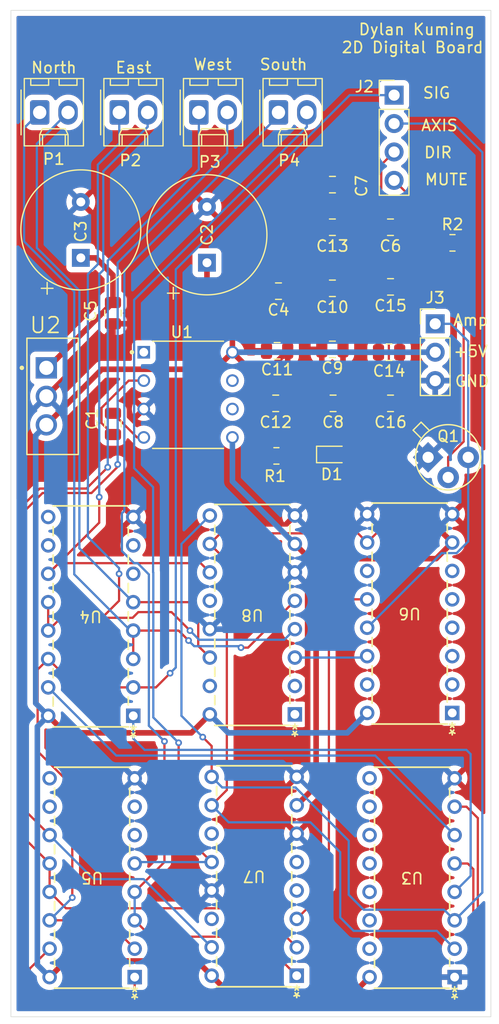
<source format=kicad_pcb>
(kicad_pcb (version 20240108) (generator "pcbnew") (generator_version "8.0")
  (layers (0 "F.Cu" signal) (31 "B.Cu" signal) (34 "B.Paste" user) (35 "F.Paste" user) (36 "B.SilkS" user "B.Silkscreen") (37 "F.SilkS" user "F.Silkscreen") (38 "B.Mask" user) (39 "F.Mask" user) (44 "Edge.Cuts" user))
  (net 0 "")
  (net 1 "Net-(U1-CAP+)")
  (net 2 "Net-(U1-CAP-)")
  (net 3 "+5V")
  (net 4 "GND")
  (net 5 "+12V")
  (net 6 "-5V")
  (net 7 "Net-(D1-K)")
  (net 8 "/Signal")
  (net 9 "/Direction")
  (net 10 "/Axis")
  (net 11 "/Amp_off")
  (net 12 "/Amp_in")
  (net 13 "/North_B")
  (net 14 "/North_A")
  (net 15 "/East_A")
  (net 16 "/East_B")
  (net 17 "/West_B")
  (net 18 "/West_A")
  (net 19 "/South_B")
  (net 20 "/South_A")
  (net 21 "Net-(Q1-Pad2)")
  (net 25 "/West_en")
  (net 29 "/South_en")
  (net 30 "/North_en")
  (net 32 "/East_en")
  (net 48 "/SouthWest")
  (net 52 "/NorthEast")
  (footprint "74HC139:SOT38-4_NXP" (layer "F.Cu") (at 198.247 116.84 180)
    (property "Reference" "U5")
    (property "Value" "CD74HC368M")
  )
  (footprint "Capacitor_THT:CP_Radial_Tantal_D10.5mm_P5.00mm" (layer "F.Cu") (at 193.421 52.523934 90)
    (property "Reference" "C3")
    (property "Value" "22uF")
  )
  (footprint "74HC139:SOT38-4_NXP" (layer "F.Cu") (at 212.598 93.345 180)
    (property "Reference" "U8")
    (property "Value" "MC74HC4052ADG")
  )
  (footprint "Capacitor_SMD:C_0805_2012Metric" (layer "F.Cu") (at 221.041 60.96 180)
    (property "Reference" "C14")
    (property "Value" "100nF")
  )
  (footprint "LM358:DIP794W45P254L959H508Q8" (layer "F.Cu") (at 203.033 64.77)
    (property "Reference" "U1")
    (property "Value" "ICL7660ACBA")
  )
  (footprint "Capacitor_SMD:C_0805_2012Metric" (layer "F.Cu") (at 221.163 49.784 180)
    (property "Reference" "C6")
    (property "Value" "10uF")
  )
  (footprint "Capacitor_SMD:C_0805_2012Metric" (layer "F.Cu") (at 215.961 60.706 180)
    (property "Reference" "C9")
    (property "Value" "100nF")
  )
  (footprint "74HC139:SOT38-4_NXP" (layer "F.Cu") (at 226.695 93.218 180)
    (property "Reference" "U6")
    (property "Value" "MC74HC4052ADG")
  )
  (footprint "74HC139:SOT38-4_NXP" (layer "F.Cu") (at 212.7631 116.713 180)
    (property "Reference" "U7")
    (property "Value" "MC74HC4052ADG")
  )
  (footprint "74HC139:SOT38-4_NXP" (layer "F.Cu") (at 226.9109 116.84 180)
    (property "Reference" "U3")
    (property "Value" "MC74HC139ADG")
  )
  (footprint "Capacitor_SMD:C_0805_2012Metric" (layer "F.Cu") (at 211.13 55.499 180)
    (property "Reference" "C4")
    (property "Value" "10uF")
  )
  (footprint "Capacitor_SMD:C_0805_2012Metric" (layer "F.Cu") (at 215.961 55.245 180)
    (property "Reference" "C10")
    (property "Value" "100nF")
  )
  (footprint "2N2369:TO18" (layer "F.Cu") (at 226.33205 70.24905)
    (property "Reference" "Q1")
    (property "Value" "2N2369")
  )
  (footprint "74HC139:SOT38-4_NXP" (layer "F.Cu") (at 198.12 93.472 180)
    (property "Reference" "U4")
    (property "Value" "CD74HC368M")
  )
  (footprint "Connector_Molex:Molex_KK-254_AE-6410-02A_1x02_P2.54mm_Vertical" (layer "F.Cu") (at 203.998 39.517)
    (property "Reference" "P3")
    (property "Value" "West")
  )
  (footprint "LED_SMD:LED_0603_1608Metric" (layer "F.Cu") (at 216.027 70.104)
    (property "Reference" "D1")
    (property "Value" "LED_Y")
  )
  (footprint "Connector_Molex:Molex_KK-254_AE-6410-02A_1x02_P2.54mm_Vertical" (layer "F.Cu") (at 196.868 39.517)
    (property "Reference" "P2")
    (property "Value" "East")
  )
  (footprint "Capacitor_SMD:C_0805_2012Metric" (layer "F.Cu") (at 211.008 60.833 180)
    (property "Reference" "C11")
    (property "Value" "100nF")
  )
  (footprint "Connector_PinHeader_2.54mm:PinHeader_1x03_P2.54mm_Vertical" (layer "F.Cu") (at 225.171 58.42)
    (property "Reference" "J3")
    (property "Value" "Analog")
  )
  (footprint "Capacitor_SMD:C_0805_2012Metric" (layer "F.Cu") (at 215.961 49.784 180)
    (property "Reference" "C13")
    (property "Value" "100nF")
  )
  (footprint "Resistor_SMD:R_0805_2012Metric" (layer "F.Cu") (at 226.7185 51.181)
    (property "Reference" "R2")
    (property "Value" "10K")
  )
  (footprint "Capacitor_SMD:C_0805_2012Metric" (layer "F.Cu") (at 215.966 45.974 180)
    (property "Reference" "C7")
    (property "Value" "10uF")
  )
  (footprint "Capacitor_SMD:C_0805_2012Metric" (layer "F.Cu") (at 221.168 65.532 180)
    (property "Reference" "C16")
    (property "Value" "100nF")
  )
  (footprint "Connector_Molex:Molex_KK-254_AE-6410-02A_1x02_P2.54mm_Vertical" (layer "F.Cu") (at 211.128 39.517)
    (property "Reference" "P4")
    (property "Value" "South")
  )
  (footprint "Capacitor_SMD:C_0805_2012Metric" (layer "F.Cu") (at 216.022 65.532 180)
    (property "Reference" "C8")
    (property "Value" "100nF")
  )
  (footprint "Connector_Molex:Molex_KK-254_AE-6410-02A_1x02_P2.54mm_Vertical" (layer "F.Cu") (at 189.738 39.517)
    (property "Reference" "P1")
    (property "Value" "North")
  )
  (footprint "Connector_PinHeader_2.54mm:PinHeader_1x04_P2.54mm_Vertical" (layer "F.Cu") (at 221.488 37.973)
    (property "Reference" "J2")
    (property "Value" "Arduino")
  )
  (footprint "Resistor_SMD:R_0805_2012Metric" (layer "F.Cu") (at 210.945 70.231)
    (property "Reference" "R1")
    (property "Value" "220")
  )
  (footprint "Capacitor_SMD:C_0805_2012Metric" (layer "F.Cu") (at 221.168 55.118 180)
    (property "Reference" "C15")
    (property "Value" "100nF")
  )
  (footprint "L7805CV:TO255P1040X460X1968-3" (layer "F.Cu") (at 190.333 62.357 -90)
    (property "Reference" "U2")
    (property "Value" "L7805")
  )
  (footprint "Capacitor_SMD:C_0805_2012Metric" (layer "F.Cu") (at 196.302 67.371 -90)
    (property "Reference" "C1")
    (property "Value" "10uF" (hide yes))
  )
  (footprint "Capacitor_SMD:C_0805_2012Metric" (layer "F.Cu") (at 196.302 57.465 -90)
    (property "Reference" "C5")
    (property "Value" "10uF" (hide yes))
  )
  (footprint "Capacitor_SMD:C_0805_2012Metric" (layer "F.Cu") (at 210.881 65.532 180)
    (property "Reference" "C12")
    (property "Value" "100nF")
  )
  (footprint "Capacitor_THT:CP_Radial_Tantal_D10.5mm_P5.00mm" (layer "F.Cu") (at 204.724 52.959 90)
    (property "Reference" "C2")
    (property "Value" "22uF")
  )
  (gr_rect (start 187.161 30.3886) (end 230.161 120.3886) (stroke (width 0.05)) (fill none) (layer "Edge.Cuts"))
  (gr_text "AXIS" (at 225.552 41.275 0) (layer "F.SilkS") (effects (font (size 1 1)) (justify bottom)))
  (gr_text "MUTE\n" (at 226.187 46.101 0) (layer "F.SilkS") (effects (font (size 1 1)) (justify bottom)))
  (gr_text "+5V\n" (at 228.346 61.468 0) (layer "F.SilkS") (effects (font (size 1 1)) (justify bottom)))
  (gr_text "Dylan Kuming\n2D Digital Board " (at 223.52 34.29 0) (layer "F.SilkS") (effects (font (size 1 1)) (justify bottom)))
  (gr_text "DIR\n" (at 225.425 43.688 0) (layer "F.SilkS") (effects (font (size 1 1)) (justify bottom)))
  (gr_text "Amp\n" (at 228.346 58.674 0) (layer "F.SilkS") (effects (font (size 1 1)) (justify bottom)))
  (gr_text "West\n" (at 205.232 35.814 0) (layer "F.SilkS") (effects (font (size 1 1)) (justify bottom)))
  (gr_text "East\n" (at 198.138 36.097 0) (layer "F.SilkS") (effects (font (size 1 1)) (justify bottom)))
  (gr_text "North\n" (at 191.008 36.097 0) (layer "F.SilkS") (effects (font (size 1 1)) (justify bottom)))
  (gr_text "SIG" (at 225.298 38.354 0) (layer "F.SilkS") (effects (font (size 1 1)) (justify bottom)))
  (gr_text "GND\n" (at 228.473 64.135 0) (layer "F.SilkS") (effects (font (size 1 1)) (justify bottom)))
  (gr_text "South" (at 211.582 35.814 0) (layer "F.SilkS") (effects (font (size 1 1)) (justify bottom)))
  (segment (start 195.277 67.296) (end 195.277 65.936256) (width 0.2) (layer "F.Cu") (net 1))
  (segment (start 195.277 65.936256) (end 197.713256 63.5) (width 0.2) (layer "F.Cu") (net 1))
  (segment (start 197.713256 63.5) (end 199.063 63.5) (width 0.2) (layer "F.Cu") (net 1))
  (segment (start 196.302 68.321) (end 195.277 67.296) (width 0.2) (layer "F.Cu") (net 1))
  (segment (start 196.302 66.421) (end 198.461 68.58) (width 0.2) (layer "F.Cu") (net 2))
  (segment (start 198.461 68.58) (end 199.063 68.58) (width 0.2) (layer "F.Cu") (net 2))
  (segment (start 216.911 65.471) (end 216.972 65.532) (width 0.5) (layer "F.Cu") (net 3))
  (segment (start 211.958 55.621) (end 212.08 55.499) (width 0.5) (layer "F.Cu") (net 3))
  (segment (start 212.08 55.499) (end 212.08 49.916) (width 0.5) (layer "F.Cu") (net 3))
  (segment (start 211.958 60.833) (end 211.958 65.405) (width 0.5) (layer "F.Cu") (net 3))
  (segment (start 216.911 45.979) (end 216.916 45.974) (width 0.5) (layer "F.Cu") (net 3))
  (segment (start 215.736 50.959) (end 216.911 49.784) (width 0.5) (layer "F.Cu") (net 3))
  (segment (start 212.085 49.911) (end 213.133 50.959) (width 0.5) (layer "F.Cu") (net 3))
  (segment (start 205.1431 116.713) (end 206.6671 118.237) (width 0.5) (layer "F.Cu") (net 3))
  (segment (start 216.911 49.784) (end 216.911 45.979) (width 0.5) (layer "F.Cu") (net 3))
  (segment (start 208.051 62.008) (end 210.783 62.008) (width 0.5) (layer "F.Cu") (net 3))
  (segment (start 213.133 50.959) (end 215.736 50.959) (width 0.5) (layer "F.Cu") (net 3))
  (segment (start 211.958 65.405) (end 211.831 65.532) (width 0.5) (layer "F.Cu") (net 3))
  (segment (start 216.911 55.245) (end 216.911 60.706) (width 0.5) (layer "F.Cu") (net 3))
  (segment (start 205.478 62.485) (end 207.003 60.96) (width 0.5) (layer "F.Cu") (net 3))
  (segment (start 204.978 93.345) (end 203.327 94.996) (width 0.5) (layer "F.Cu") (net 3))
  (segment (start 206.6671 118.237) (end 217.8939 118.237) (width 0.5) (layer "F.Cu") (net 3))
  (segment (start 190.333 67.457) (end 195.305 62.485) (width 0.5) (layer "F.Cu") (net 3))
  (segment (start 216.911 60.706) (end 216.911 65.471) (width 0.5) (layer "F.Cu") (net 3))
  (segment (start 192.0693 115.3977) (end 190.627 116.84) (width 0.5) (layer "F.Cu") (net 3))
  (segment (start 207.003 57.477) (end 204.724 55.198) (width 0.5) (layer "F.Cu") (net 3))
  (segment (start 210.783 62.008) (end 211.958 60.833) (width 0.5) (layer "F.Cu") (net 3))
  (segment (start 216.972 69.9465) (end 216.8145 70.104) (width 0.5) (layer "F.Cu") (net 3))
  (segment (start 212.08 49.916) (end 212.085 49.911) (width 0.5) (layer "F.Cu") (net 3))
  (segment (start 216.911 49.784) (end 216.911 55.245) (width 0.5) (layer "F.Cu") (net 3))
  (segment (start 192.024 94.996) (end 190.5 93.472) (width 0.5) (layer "F.Cu") (net 3))
  (segment (start 203.8278 115.3977) (end 192.0693 115.3977) (width 0.5) (layer "F.Cu") (net 3))
  (segment (start 211.958 60.833) (end 211.958 55.621) (width 0.5) (layer "F.Cu") (net 3))
  (segment (start 216.972 65.532) (end 216.972 69.9465) (width 0.5) (layer "F.Cu") (net 3))
  (segment (start 207.003 60.96) (end 208.051 62.008) (width 0.5) (layer "F.Cu") (net 3))
  (segment (start 203.327 94.996) (end 192.024 94.996) (width 0.5) (layer "F.Cu") (net 3))
  (segment (start 195.305 62.485) (end 205.478 62.485) (width 0.5) (layer "F.Cu") (net 3))
  (segment (start 207.003 60.96) (end 207.003 57.477) (width 0.5) (layer "F.Cu") (net 3))
  (segment (start 217.8939 118.237) (end 219.2909 116.84) (width 0.5) (layer "F.Cu") (net 3))
  (segment (start 204.724 55.198) (end 204.724 52.959) (width 0.5) (layer "F.Cu") (net 3))
  (segment (start 205.1431 116.713) (end 203.8278 115.3977) (width 0.5) (layer "F.Cu") (net 3))
  (segment (start 189.378001 92.350001) (end 189.378001 68.411999) (width 0.5) (layer "B.Cu") (net 3))
  (segment (start 190.627 116.84) (end 189.5293 115.7423) (width 0.5) (layer "B.Cu") (net 3))
  (segment (start 190.5 93.472) (end 189.378001 92.350001) (width 0.5) (layer "B.Cu") (net 3))
  (segment (start 189.5293 115.7423) (end 189.5293 94.4427) (width 0.5) (layer "B.Cu") (net 3))
  (segment (start 206.629 94.996) (end 204.978 93.345) (width 0.5) (layer "B.Cu") (net 3))
  (segment (start 219.075 93.218) (end 217.297 94.996) (width 0.5) (layer "B.Cu") (net 3))
  (segment (start 189.378001 68.411999) (end 190.333 67.457) (width 0.5) (layer "B.Cu") (net 3))
  (segment (start 189.5293 94.4427) (end 190.5 93.472) (width 0.5) (layer "B.Cu") (net 3))
  (segment (start 207.003 60.96) (end 225.171 60.96) (width 0.5) (layer "B.Cu") (net 3))
  (segment (start 217.297 94.996) (end 206.629 94.996) (width 0.5) (layer "B.Cu") (net 3))
  (segment (start 213.741 97.9551) (end 213.741 81.788) (width 0.5) (layer "F.Cu") (net 4))
  (segment (start 196.302 58.938) (end 196.302 58.415) (width 0.2) (layer "F.Cu") (net 4))
  (segment (start 213.741 81.788) (end 212.598 80.645) (width 0.5) (layer "F.Cu") (net 4))
  (segment (start 212.7631 98.933) (end 213.741 97.9551) (width 0.5) (layer "F.Cu") (net 4))
  (segment (start 190.333 64.907) (end 196.302 58.938) (width 0.5) (layer "F.Cu") (net 4))
  (segment (start 207.518 85.725) (end 212.598 80.645) (width 0.5) (layer "B.Cu") (net 4))
  (segment (start 199.644 97.663) (end 198.247 99.06) (width 0.5) (layer "B.Cu") (net 4))
  (segment (start 204.978 85.725) (end 207.518 85.725) (width 0.5) (layer "B.Cu") (net 4))
  (segment (start 211.4931 97.663) (end 199.644 97.663) (width 0.5) (layer "B.Cu") (net 4))
  (segment (start 212.7631 98.933) (end 211.4931 97.663) (width 0.5) (layer "B.Cu") (net 4))
  (segment (start 196.302 54.062) (end 194.763934 52.523934) (width 0.5) (layer "F.Cu") (net 5))
  (segment (start 194.763934 52.523934) (end 193.421 52.523934) (width 0.5) (layer "F.Cu") (net 5))
  (segment (start 196.302 56.515) (end 196.302 54.062) (width 0.5) (layer "F.Cu") (net 5))
  (segment (start 190.46 62.357) (end 196.302 56.515) (width 0.5) (layer "F.Cu") (net 5))
  (segment (start 190.333 62.357) (end 190.46 62.357) (width 0.2) (layer "F.Cu") (net 5))
  (segment (start 212.598 78.105) (end 214.503 80.01) (width 0.5) (layer "F.Cu") (net 6))
  (segment (start 222.118 73.401) (end 222.118 65.532) (width 0.5) (layer "F.Cu") (net 6))
  (segment (start 221.991 55.245) (end 222.118 55.118) (width 0.5) (layer "F.Cu") (net 6))
  (segment (start 222.118 55.118) (end 222.118 54.605) (width 0.5) (layer "F.Cu") (net 6))
  (segment (start 222.118 61.087) (end 221.991 60.96) (width 0.5) (layer "F.Cu") (net 6))
  (segment (start 222.113 54.6) (end 222.113 49.784) (width 0.5) (layer "F.Cu") (net 6))
  (segment (start 214.503 80.391) (end 214.503 99.7331) (width 0.5) (layer "F.Cu") (net 6))
  (segment (start 222.118 54.605) (end 222.113 54.6) (width 0.5) (layer "F.Cu") (net 6))
  (segment (start 221.991 60.96) (end 221.991 55.245) (width 0.5) (layer "F.Cu") (net 6))
  (segment (start 225.2527 79.4203) (end 226.695 77.978) (width 0.5) (layer "F.Cu") (net 6))
  (segment (start 214.503 99.7331) (end 212.7631 101.473) (width 0.5) (layer "F.Cu") (net 6))
  (segment (start 226.695 77.978) (end 222.118 73.401) (width 0.5) (layer "F.Cu") (net 6))
  (segment (start 214.757 80.391) (end 215.7277 79.4203) (width 0.5) (layer "F.Cu") (net 6))
  (segment (start 214.503 80.391) (end 214.757 80.391) (width 0.5) (layer "F.Cu") (net 6))
  (segment (start 222.118 65.532) (end 222.118 61.087) (width 0.5) (layer "F.Cu") (net 6))
  (segment (start 214.503 80.01) (end 214.503 80.391) (width 0.5) (layer "F.Cu") (net 6))
  (segment (start 215.7277 79.4203) (end 225.2527 79.4203) (width 0.5) (layer "F.Cu") (net 6))
  (segment (start 207.003 72.51) (end 207.003 68.58) (width 0.5) (layer "B.Cu") (net 6))
  (segment (start 212.598 78.105) (end 207.003 72.51) (width 0.5) (layer "B.Cu") (net 6))
  (segment (start 214.3665 69.231) (end 215.2395 70.104) (width 0.2) (layer "F.Cu") (net 7))
  (segment (start 211.0325 69.231) (end 214.3665 69.231) (width 0.2) (layer "F.Cu") (net 7))
  (segment (start 210.0325 70.231) (end 211.0325 69.231) (width 0.2) (layer "F.Cu") (net 7))
  (segment (start 198.12 90.932) (end 193.04 90.932) (width 0.2) (layer "F.Cu") (net 8))
  (segment (start 192.659 99.751749) (end 192.659 109.728) (width 0.2) (layer "F.Cu") (net 8))
  (segment (start 190.627 111.76) (end 195.707 111.76) (width 0.2) (layer "F.Cu") (net 8))
  (segment (start 189.5523 89.3397) (end 189.5523 96.645049) (width 0.2) (layer "F.Cu") (net 8))
  (segment (start 190.5 88.392) (end 189.5523 89.3397) (width 0.2) (layer "F.Cu") (net 8))
  (segment (start 193.04 90.932) (end 190.5 88.392) (width 0.2) (layer "F.Cu") (net 8))
  (segment (start 201.422 89.662) (end 200.152 90.932) (width 0.2) (layer "F.Cu") (net 8))
  (segment (start 189.5523 96.645049) (end 192.659 99.751749) (width 0.2) (layer "F.Cu") (net 8))
  (segment (start 192.659 109.728) (end 192.659 109.601) (width 0.2) (layer "F.Cu") (net 8))
  (segment (start 200.152 90.932) (end 198.12 90.932) (width 0.2) (layer "F.Cu") (net 8))
  (segment (start 195.707 111.76) (end 198.247 114.3) (width 0.2) (layer "F.Cu") (net 8))
  (via (at 201.422 89.662) (size 0.6) (drill 0.3) (layers "F.Cu" "B.Cu") (net 8))
  (via (at 192.659 109.728) (size 0.6) (drill 0.3) (layers "F.Cu" "B.Cu") (net 8))
  (segment (start 192.659 109.728) (end 190.627 111.76) (width 0.2) (layer "B.Cu") (net 8))
  (segment (start 217.51 37.973) (end 221.488 37.973) (width 0.2) (layer "B.Cu") (net 8))
  (segment (start 201.93 53.553) (end 217.51 37.973) (width 0.2) (layer "B.Cu") (net 8))
  (segment (start 201.422 89.662) (end 201.93 89.154) (width 0.2) (layer "B.Cu") (net 8))
  (segment (start 201.93 89.154) (end 201.93 53.553) (width 0.2) (layer "B.Cu") (net 8))
  (segment (start 221.018 48.857) (end 220.98 48.857) (width 0.2) (layer "F.Cu") (net 9))
  (segment (start 205.9257 77.1573) (end 218.2543 77.1573) (width 0.2) (layer "F.Cu") (net 9))
  (segment (start 220.338 48.215) (end 220.338 44.203) (width 0.2) (layer "F.Cu") (net 9))
  (segment (start 204.978 78.105) (end 205.9257 77.1573) (width 0.2) (layer "F.Cu") (net 9))
  (segment (start 206.502 79.629) (end 204.978 78.105) (width 0.2) (layer "F.Cu") (net 9))
  (segment (start 206.502 100.1141) (end 206.502 79.629) (width 0.2) (layer "F.Cu") (net 9))
  (segment (start 220.338 44.203) (end 221.488 43.053) (width 0.2) (layer "F.Cu") (net 9))
  (segment (start 219.075 77.978) (end 221.018 76.035) (width 0.2) (layer "F.Cu") (net 9))
  (segment (start 218.2543 77.1573) (end 219.075 77.978) (width 0.2) (layer "F.Cu") (net 9))
  (segment (start 205.1431 101.473) (end 206.502 100.1141) (width 0.2) (layer "F.Cu") (net 9))
  (segment (start 221.018 76.035) (end 221.018 48.857) (width 0.2) (layer "F.Cu") (net 9))
  (segment (start 220.98 48.857) (end 220.338 48.215) (width 0.2) (layer "F.Cu") (net 9))
  (segment (start 216.662 111.506) (end 216.662 105.664) (width 0.2) (layer "B.Cu") (net 9))
  (segment (start 213.995 102.997) (end 206.6671 102.997) (width 0.2) (layer "B.Cu") (net 9))
  (segment (start 206.6671 102.997) (end 205.1431 101.473) (width 0.2) (layer "B.Cu") (net 9))
  (segment (start 217.8637 112.7077) (end 216.662 111.506) (width 0.2) (layer "B.Cu") (net 9))
  (segment (start 226.9109 114.3) (end 225.3186 112.7077) (width 0.2) (layer "B.Cu") (net 9))
  (segment (start 216.662 105.664) (end 213.995 102.997) (width 0.2) (layer "B.Cu") (net 9))
  (segment (start 225.3186 112.7077) (end 217.8637 112.7077) (width 0.2) (layer "B.Cu") (net 9))
  (segment (start 205.1431 96.1771) (end 204.343 95.377) (width 0.2) (layer "F.Cu") (net 10))
  (segment (start 205.1431 98.933) (end 205.1431 96.1771) (width 0.2) (layer "F.Cu") (net 10))
  (via (at 204.343 95.377) (size 0.6) (drill 0.3) (layers "F.Cu" "B.Cu") (net 10))
  (segment (start 226.822 40.513) (end 221.488 40.513) (width 0.2) (layer "B.Cu") (net 10))
  (segment (start 226.822 40.513) (end 229.3933 43.0843) (width 0.2) (layer "B.Cu") (net 10))
  (segment (start 202.438 93.472) (end 202.438 78.105) (width 0.2) (layer "B.Cu") (net 10))
  (segment (start 212.6567 99.8807) (end 217.424 104.648) (width 0.2) (layer "B.Cu") (net 10))
  (segment (start 204.343 95.377) (end 202.438 93.472) (width 0.2) (layer "B.Cu") (net 10))
  (segment (start 205.1431 98.933) (end 206.0908 99.8807) (width 0.2) (layer "B.Cu") (net 10))
  (segment (start 202.438 78.105) (end 204.978 75.565) (width 0.2) (layer "B.Cu") (net 10))
  (segment (start 229.3933 43.0843) (end 229.3933 109.2776) (width 0.2) (layer "B.Cu") (net 10))
  (segment (start 206.0908 99.8807) (end 212.6567 99.8807) (width 0.2) (layer "B.Cu") (net 10))
  (segment (start 217.424 109.474) (end 218.7623 110.8123) (width 0.2) (layer "B.Cu") (net 10))
  (segment (start 218.7623 110.8123) (end 225.9632 110.8123) (width 0.2) (layer "B.Cu") (net 10))
  (segment (start 229.3933 109.2776) (end 226.9109 111.76) (width 0.2) (layer "B.Cu") (net 10))
  (segment (start 225.9632 110.8123) (end 226.9109 111.76) (width 0.2) (layer "B.Cu") (net 10))
  (segment (start 217.424 104.648) (end 217.424 109.474) (width 0.2) (layer "B.Cu") (net 10))
  (segment (start 225.806 51.181) (end 225.806 49.911) (width 0.2) (layer "F.Cu") (net 11))
  (segment (start 225.806 49.911) (end 221.488 45.593) (width 0.2) (layer "F.Cu") (net 11))
  (segment (start 228.1281 70.358) (end 228.1281 59.9801) (width 0.2) (layer "B.Cu") (net 12))
  (segment (start 228.1281 59.9801) (end 226.568 58.42) (width 0.2) (layer "B.Cu") (net 12))
  (segment (start 227.087551 78.9257) (end 225.7473 78.9257) (width 0.2) (layer "B.Cu") (net 12))
  (segment (start 226.568 58.42) (end 225.171 58.42) (width 0.2) (layer "B.Cu") (net 12))
  (segment (start 225.7473 78.9257) (end 219.075 85.598) (width 0.2) (layer "B.Cu") (net 12))
  (segment (start 228.1281 77.885151) (end 227.087551 78.9257) (width 0.2) (layer "B.Cu") (net 12))
  (segment (start 228.1281 70.358) (end 228.1281 77.885151) (width 0.2) (layer "B.Cu") (net 12))
  (segment (start 203.941764 87.228764) (end 203.941764 84.094235) (width 0.2) (layer "F.Cu") (net 13))
  (segment (start 204.978 88.265) (end 203.941764 87.228764) (width 0.2) (layer "F.Cu") (net 13))
  (segment (start 203.159529 83.312) (end 198.12 83.312) (width 0.2) (layer "F.Cu") (net 13))
  (segment (start 203.941764 84.094235) (end 203.159529 83.312) (width 0.2) (layer "F.Cu") (net 13))
  (segment (start 198.12 83.312) (end 193.294 78.486) (width 0.2) (layer "B.Cu") (net 13))
  (segment (start 190.4465 41.3485) (end 192.278 39.517) (width 0.2) (layer "B.Cu") (net 13))
  (segment (start 189.484 51.631314) (end 189.484 42.311) (width 0.2) (layer "B.Cu") (net 13))
  (segment (start 189.484 42.311) (end 190.4465 41.3485) (width 0.2) (layer "B.Cu") (net 13))
  (segment (start 193.294 55.441314) (end 189.484 51.631314) (width 0.2) (layer "B.Cu") (net 13))
  (segment (start 193.294 78.486) (end 193.294 55.441314) (width 0.2) (layer "B.Cu") (net 13))
  (segment (start 207.772 87.376) (end 208.407 87.376) (width 0.2) (layer "F.Cu") (net 14))
  (segment (start 198.12 85.852) (end 202.184 85.852) (width 0.2) (layer "F.Cu") (net 14))
  (segment (start 202.184 85.852) (end 203.073 86.741) (width 0.2) (layer "F.Cu") (net 14))
  (segment (start 198.12 88.392) (end 198.12 85.852) (width 0.2) (layer "F.Cu") (net 14))
  (segment (start 208.407 87.376) (end 212.598 83.185) (width 0.2) (layer "F.Cu") (net 14))
  (via (at 203.073 86.741) (size 0.6) (drill 0.3) (layers "F.Cu" "B.Cu") (net 14))
  (via (at 207.772 87.376) (size 0.6) (drill 0.3) (layers "F.Cu" "B.Cu") (net 14))
  (segment (start 203.581 87.249) (end 203.073 86.741) (width 0.2) (layer "B.Cu") (net 14))
  (segment (start 192.834 55.547) (end 192.834 80.82) (width 0.2) (layer "B.Cu") (net 14))
  (segment (start 188.341 40.914) (end 188.341 51.054) (width 0.2) (layer "B.Cu") (net 14))
  (segment (start 207.645 87.249) (end 203.581 87.249) (width 0.2) (layer "B.Cu") (net 14))
  (segment (start 197.866 85.852) (end 198.12 85.852) (width 0.2) (layer "B.Cu") (net 14))
  (segment (start 207.772 87.376) (end 207.645 87.249) (width 0.2) (layer "B.Cu") (net 14))
  (segment (start 192.834 80.82) (end 197.866 85.852) (width 0.2) (layer "B.Cu") (net 14))
  (segment (start 188.341 51.054) (end 192.834 55.547) (width 0.2) (layer "B.Cu") (net 14))
  (segment (start 189.738 39.517) (end 188.341 40.914) (width 0.2) (layer "B.Cu") (net 14))
  (segment (start 198.063251 84.709) (end 195.326 84.709) (width 0.2) (layer "F.Cu") (net 15))
  (segment (start 191.643 84.709) (end 190.5 85.852) (width 0.2) (layer "F.Cu") (net 15))
  (segment (start 196.85 83.185) (end 195.326 84.709) (width 0.2) (layer "F.Cu") (net 15))
  (segment (start 203.2 85.852) (end 201.549 84.201) (width 0.2) (layer "F.Cu") (net 15))
  (segment (start 196.85 80.772) (end 196.85 83.185) (width 0.2) (layer "F.Cu") (net 15))
  (segment (start 190.5 83.312) (end 190.5 85.852) (width 0.2) (layer "F.Cu") (net 15))
  (segment (start 198.571251 84.201) (end 198.063251 84.709) (width 0.2) (layer "F.Cu") (net 15))
  (segment (start 201.549 84.201) (end 198.571251 84.201) (width 0.2) (layer "F.Cu") (net 15))
  (segment (start 195.326 84.709) (end 191.643 84.709) (width 0.2) (layer "F.Cu") (net 15))
  (via (at 196.85 80.772) (size 0.6) (drill 0.3) (layers "F.Cu" "B.Cu") (net 15))
  (via (at 203.2 85.852) (size 0.6) (drill 0.3) (layers "F.Cu" "B.Cu") (net 15))
  (segment (start 211.6503 86.6727) (end 204.0207 86.6727) (width 0.2) (layer "B.Cu") (net 15))
  (segment (start 194.945 44.196) (end 196.868 42.273) (width 0.2) (layer "B.Cu") (net 15))
  (segment (start 196.85 80.772) (end 196.85 80.264) (width 0.2) (layer "B.Cu") (net 15))
  (segment (start 204.0207 86.6727) (end 203.2 85.852) (width 0.2) (layer "B.Cu") (net 15))
  (segment (start 194.945 53.09763) (end 194.945 44.196) (width 0.2) (layer "B.Cu") (net 15))
  (segment (start 196.85 80.264) (end 194.056 77.47) (width 0.2) (layer "B.Cu") (net 15))
  (segment (start 196.868 42.273) (end 196.868 39.517) (width 0.2) (layer "B.Cu") (net 15))
  (segment (start 194.056 77.47) (end 194.056 53.98663) (width 0.2) (layer "B.Cu") (net 15))
  (segment (start 194.056 53.98663) (end 194.945 53.09763) (width 0.2) (layer "B.Cu") (net 15))
  (segment (start 212.598 85.725) (end 211.6503 86.6727) (width 0.2) (layer "B.Cu") (net 15))
  (segment (start 204.1573 79.8243) (end 191.4477 79.8243) (width 0.2) (layer "F.Cu") (net 16))
  (segment (start 195.072 73.914) (end 195.072 76.2) (width 0.2) (layer "F.Cu") (net 16))
  (segment (start 204.978 80.645) (end 204.1573 79.8243) (width 0.2) (layer "F.Cu") (net 16))
  (segment (start 191.4477 79.8243) (end 190.5 80.772) (width 0.2) (layer "F.Cu") (net 16))
  (segment (start 195.072 76.2) (end 190.5 80.772) (width 0.2) (layer "F.Cu") (net 16))
  (via (at 195.072 73.914) (size 0.6) (drill 0.3) (layers "F.Cu" "B.Cu") (net 16))
  (segment (start 195.072 53.975) (end 195.072 73.914) (width 0.2) (layer "B.Cu") (net 16))
  (segment (start 195.434 44.786) (end 195.434 53.613) (width 0.2) (layer "B.Cu") (net 16))
  (segment (start 199.408 39.517) (end 199.408 40.812) (width 0.2) (layer "B.Cu") (net 16))
  (segment (start 195.434 53.613) (end 195.072 53.975) (width 0.2) (layer "B.Cu") (net 16))
  (segment (start 199.408 40.812) (end 195.434 44.786) (width 0.2) (layer "B.Cu") (net 16))
  (segment (start 196.723 71.206529) (end 196.723 70.993) (width 0.2) (layer "F.Cu") (net 17))
  (segment (start 188.36 101.873) (end 188.36 75.184) (width 0.2) (layer "F.Cu") (net 17))
  (segment (start 189.992 73.552) (end 194.377529 73.552) (width 0.2) (layer "F.Cu") (net 17))
  (segment (start 190.627 104.14) (end 188.36 101.873) (width 0.2) (layer "F.Cu") (net 17))
  (segment (start 188.36 75.184) (end 189.992 73.552) (width 0.2) (layer "F.Cu") (net 17))
  (segment (start 194.377529 73.552) (end 196.723 71.206529) (width 0.2) (layer "F.Cu") (net 17))
  (via (at 196.723 70.993) (size 0.6) (drill 0.3) (layers "F.Cu" "B.Cu") (net 17))
  (segment (start 206.538 42.926) (end 206.538 43.037) (width 0.2) (layer "B.Cu") (net 17))
  (segment (start 199.0471 108.077) (end 205.1431 114.173) (width 0.2) (layer "B.Cu") (net 17))
  (segment (start 206.538 39.517) (end 206.538 42.926) (width 0.2) (layer "B.Cu") (net 17))
  (segment (start 194.564 108.077) (end 199.0471 108.077) (width 0.2) (layer "B.Cu") (net 17))
  (segment (start 196.723 52.959) (end 196.723 70.993) (width 0.2) (layer "B.Cu") (net 17))
  (segment (start 206.538 42.926) (end 206.538 43.144) (width 0.2) (layer "B.Cu") (net 17))
  (segment (start 190.627 104.14) (end 194.564 108.077) (width 0.2) (layer "B.Cu") (net 17))
  (segment (start 206.538 43.144) (end 196.723 52.959) (width 0.2) (layer "B.Cu") (net 17))
  (segment (start 193.929 73.152) (end 189.738 73.152) (width 0.2) (layer "F.Cu") (net 18))
  (segment (start 187.96 104.013) (end 190.627 106.68) (width 0.2) (layer "F.Cu") (net 18))
  (segment (start 189.738 73.152) (end 187.96 74.93) (width 0.2) (layer "F.Cu") (net 18))
  (segment (start 190.627 106.68) (end 190.627 109.22) (width 0.2) (layer "F.Cu") (net 18))
  (segment (start 195.834 71.247) (end 193.929 73.152) (width 0.2) (layer "F.Cu") (net 18))
  (segment (start 209.2754 110.6853) (end 192.0923 110.6853) (width 0.2) (layer "F.Cu") (net 18))
  (segment (start 192.0923 110.6853) (end 190.627 109.22) (width 0.2) (layer "F.Cu") (net 18))
  (segment (start 187.96 74.93) (end 187.96 104.013) (width 0.2) (layer "F.Cu") (net 18))
  (segment (start 212.7631 114.173) (end 209.2754 110.6853) (width 0.2) (layer "F.Cu") (net 18))
  (via (at 195.834 71.247) (size 0.6) (drill 0.3) (layers "F.Cu" "B.Cu") (net 18))
  (segment (start 203.998 44.610315) (end 203.998 39.517) (width 0.2) (layer "B.Cu") (net 18))
  (segment (start 195.834 52.774315) (end 203.998 44.610315) (width 0.2) (layer "B.Cu") (net 18))
  (segment (start 195.834 71.247) (end 195.834 71.12) (width 0.2) (layer "B.Cu") (net 18))
  (segment (start 195.834 52.774315) (end 195.834 71.247) (width 0.2) (layer "B.Cu") (net 18))
  (segment (start 202.184 95.885) (end 202.184 103.5939) (width 0.2) (layer "F.Cu") (net 19))
  (segment (start 198.374 106.553) (end 198.247 106.68) (width 0.2) (layer "F.Cu") (net 19))
  (segment (start 202.184 103.5939) (end 205.1431 106.553) (width 0.2) (layer "F.Cu") (net 19))
  (via (at 202.184 95.885) (size 0.6) (drill 0.3) (layers "F.Cu" "B.Cu") (net 19))
  (segment (start 199.917 93.618) (end 202.184 95.885) (width 0.2) (layer "B.Cu") (net 19))
  (segment (start 205.1431 106.553) (end 198.374 106.553) (width 0.2) (layer "B.Cu") (net 19))
  (segment (start 198.198 71.325) (end 199.898 73.025) (width 0.2) (layer "B.Cu") (net 19))
  (segment (start 213.668 40.812) (end 198.198 56.282) (width 0.2) (layer "B.Cu") (net 19))
  (segment (start 199.898 80.644063) (end 199.917 80.663064) (width 0.2) (layer "B.Cu") (net 19))
  (segment (start 198.374 106.553) (end 198.247 106.68) (width 0.2) (layer "B.Cu") (net 19))
  (segment (start 199.917 80.663064) (end 199.917 93.618) (width 0.2) (layer "B.Cu") (net 19))
  (segment (start 213.668 39.517) (end 213.668 40.812) (width 0.2) (layer "B.Cu") (net 19))
  (segment (start 198.198 56.282) (end 198.198 71.325) (width 0.2) (layer "B.Cu") (net 19))
  (segment (start 199.898 73.025) (end 199.898 80.644063) (width 0.2) (layer "B.Cu") (net 19))
  (segment (start 202.184 95.885) (end 202.184 95.758) (width 0.2) (layer "B.Cu") (net 19))
  (segment (start 200.914 95.758) (end 200.914 106.553) (width 0.2) (layer "F.Cu") (net 20))
  (segment (start 209.2754 113.2253) (end 199.7123 113.2253) (width 0.2) (layer "F.Cu") (net 20))
  (segment (start 212.7631 116.713) (end 209.2754 113.2253) (width 0.2) (layer "F.Cu") (net 20))
  (segment (start 200.914 106.553) (end 198.247 109.22) (width 0.2) (layer "F.Cu") (net 20))
  (segment (start 199.7123 113.2253) (end 198.247 111.76) (width 0.2) (layer "F.Cu") (net 20))
  (via (at 200.914 95.758) (size 0.6) (drill 0.3) (layers "F.Cu" "B.Cu") (net 20))
  (segment (start 199.517 94.361) (end 199.517 80.828749) (width 0.2) (layer "B.Cu") (net 20))
  (segment (start 198.247 109.22) (end 198.247 111.76) (width 0.2) (layer "B.Cu") (net 20))
  (segment (start 198.512551 79.8243) (end 198.1883 79.8243) (width 0.2) (layer "B.Cu") (net 20))
  (segment (start 211.128 39.824) (end 211.128 39.517) (width 0.2) (layer "B.Cu") (net 20))
  (segment (start 199.517 80.828749) (end 198.512551 79.8243) (width 0.2) (layer "B.Cu") (net 20))
  (segment (start 200.914 95.758) (end 199.517 94.361) (width 0.2) (layer "B.Cu") (net 20))
  (segment (start 197.323 53.629) (end 211.128 39.824) (width 0.2) (layer "B.Cu") (net 20))
  (segment (start 197.323 75.148749) (end 197.323 53.629) (width 0.2) (layer "B.Cu") (net 20))
  (segment (start 197.104 75.367749) (end 197.323 75.148749) (width 0.2) (layer "B.Cu") (net 20))
  (segment (start 198.1883 79.8243) (end 197.104 78.74) (width 0.2) (layer "B.Cu") (net 20))
  (segment (start 197.104 78.74) (end 197.104 75.367749) (width 0.2) (layer "B.Cu") (net 20))
  (segment (start 227.631 51.181) (end 227.718 51.268) (width 0.2) (layer "F.Cu") (net 21))
  (segment (start 226.33205 70.33995) (end 226.33205 72.15405) (width 0.2) (layer "F.Cu") (net 21))
  (segment (start 227.718 68.954) (end 226.33205 70.33995) (width 0.2) (layer "F.Cu") (net 21))
  (segment (start 227.718 51.268) (end 227.718 68.954) (width 0.2) (layer "F.Cu") (net 21))
  (segment (start 228.9884 118.1026) (end 228.9884 102.616) (width 0.2) (layer "F.Cu") (net 25))
  (segment (start 188.849 118.491) (end 189.738 119.38) (width 0.2) (layer "F.Cu") (net 25))
  (segment (start 190.627 114.3) (end 188.849 116.078) (width 0.2) (layer "F.Cu") (net 25))
  (segment (start 189.738 119.38) (end 227.711 119.38) (width 0.2) (layer "F.Cu") (net 25))
  (segment (start 188.849 116.078) (end 188.849 118.491) (width 0.2) (layer "F.Cu") (net 25))
  (segment (start 228.9884 102.616) (end 227.9724 101.6) (width 0.2) (layer "F.Cu") (net 25))
  (segment (start 227.711 119.38) (end 228.9884 118.1026) (width 0.2) (layer "F.Cu") (net 25))
  (segment (start 227.9724 101.6) (end 226.9109 101.6) (width 0.2) (layer "F.Cu") (net 25))
  (segment (start 199.136 118.872) (end 199.136 118.98) (width 0.2) (layer "F.Cu") (net 29))
  (segment (start 227.476 118.98) (end 228.5884 117.8676) (width 0.2) (layer "F.Cu") (net 29))
  (segment (start 228.5884 107.188) (end 228.0804 106.68) (width 0.2) (layer "F.Cu") (net 29))
  (segment (start 198.247 116.84) (end 198.247 117.983) (width 0.2) (layer "F.Cu") (net 29))
  (segment (start 198.247 117.983) (end 199.136 118.872) (width 0.2) (layer "F.Cu") (net 29))
  (segment (start 199.136 118.98) (end 227.476 118.98) (width 0.2) (layer "F.Cu") (net 29))
  (segment (start 228.5884 117.8676) (end 228.5884 107.188) (width 0.2) (layer "F.Cu") (net 29))
  (segment (start 228.0804 106.68) (end 226.9109 106.68) (width 0.2) (layer "F.Cu") (net 29))
  (segment (start 228.346 96.901) (end 227.965 96.52) (width 0.2) (layer "B.Cu") (net 30))
  (segment (start 199.136 96.52) (end 198.12 95.504) (width 0.2) (layer "B.Cu") (net 30))
  (segment (start 228.346 107.7849) (end 228.346 96.901) (width 0.2) (layer "B.Cu") (net 30))
  (segment (start 226.9109 109.22) (end 228.346 107.7849) (width 0.2) (layer "B.Cu") (net 30))
  (segment (start 198.12 95.504) (end 198.12 93.472) (width 0.2) (layer "B.Cu") (net 30))
  (segment (start 227.965 96.52) (end 199.136 96.52) (width 0.2) (layer "B.Cu") (net 30))
  (segment (start 226.9109 104.14) (end 219.7989 97.028) (width 0.2) (layer "B.Cu") (net 32))
  (segment (start 219.7989 97.028) (end 196.596 97.028) (width 0.2) (layer "B.Cu") (net 32))
  (segment (start 196.596 97.028) (end 190.5 90.932) (width 0.2) (layer "B.Cu") (net 32))
  (segment (start 212.7631 111.633) (end 215.646 108.7501) (width 0.2) (layer "F.Cu") (net 48))
  (segment (start 215.646 108.7501) (end 215.646 84.836) (width 0.2) (layer "F.Cu") (net 48))
  (segment (start 217.424 83.058) (end 219.075 83.058) (width 0.2) (layer "F.Cu") (net 48))
  (segment (start 215.646 84.836) (end 217.424 83.058) (width 0.2) (layer "F.Cu") (net 48))
  (segment (start 218.948 88.265) (end 219.075 88.138) (width 0.2) (layer "B.Cu") (net 52))
  (segment (start 212.598 88.265) (end 218.948 88.265) (width 0.2) (layer "B.Cu") (net 52))
  (zone (net 4) (net_name "GND") (layers "F&B.Cu") (connect_pads (clearance 0.5)) (min_thickness 0.25) (fill yes (thermal_gap 0.5) (thermal_bridge_width 0.5))
    (polygon (pts (xy 186.182 29.464) (xy 230.886 29.845) (xy 230.886 121.031) (xy 186.436 120.777)))
  )
)
</source>
